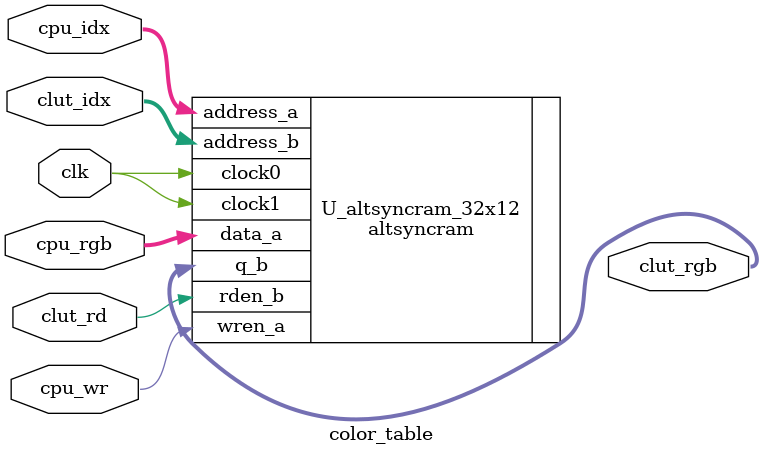
<source format=v>

/*

clk, cck, cdac_r & cdac_f are generated using a PLL :

wire clk;            // 28 MHz master clock
wire w_c7m_rise;     // 7 MHz rising edge

pll_28m pll_inst
(
  .areset(1'b0),
  .inclk0(C7M),
  .c0(clk),
  .c1(),
  .c2(),
  .c3(w_c7m_rise),
  .locked()
);

wire w_cck_rise;     // CCK rising edge
wire w_cdac_rise;    // CDAC_n rising edge
wire w_cdac_fall;    // CDAC_n falling edge

reg       r_cck_gen; // Re-generated CCK
reg [7:0] r_cck_ph;  // CCK clock phases
reg [3:0] r_cdac_ph; // CDAC_n clock phases

always@(posedge clk) begin
  // CCK phases
  if ((w_c7m_rise) && (CCK))
    r_cck_ph <= 8'b00001000;
  else
    r_cck_ph <= { r_cck_ph[6:0], r_cck_ph[7] };
  // Re-generated CCK
  r_cck_gen <= r_cck_ph[0] | r_cck_ph[1] | r_cck_ph[2] | r_cck_ph[7];
  // CDAC phases
  if (w_c7m_rise)
    r_cdac_ph <= 4'b0100;
  else
    r_cdac_ph <= { r_cdac_ph[2:0], r_cdac_ph[3] };
end

assign w_cck_rise  = r_cck_ph[0];
assign w_cdac_rise = r_cdac_ph[0];
assign w_cdac_fall = r_cdac_ph[2];

*/

module Denise
(
  // Main clock
  input             clk,       // Master clock (28/56/85 MHz)
  // Generated clocks
  input             cck,       // CCK clock
  input             cdac_r,    // CDAC_n rising edge
  input             cdac_f,    // CDAC_n falling edge
  // Configuration
  input             cfg_ecs,   // OCS(0) or ECS(1) chipset
  input             cfg_a1k,   // Normal mode(0), A1000 mode(1)
  // Busses
  input       [8:1] rga,       // RGA bus
  input      [15:0] db_in,     // Data bus input
  output reg [15:0] db_out,    // Data bus output
  output reg        db_oen,    // Data bus output enable
  // Video output
  output      [3:0] red,       // Red component output
  output      [3:0] green,     // Green component output
  output      [3:0] blue,      // Blue component output
  output reg        vsync,     // Vertical synchro
  output            blank_n,   // Composite blanking
  output reg        sol,       // Start of line (HPOS = 32)
  output            pal_ntsc   // PAL (1), NSTC (0) flag
);

// Measured values:
// ----------------

// HSSTRT : $01A (PAL), $01A (NTSC)
// HSSTOP : $03B,$029 (PAL), $03B, $02B (NTSC)
// HBSTRT : $00E (PAL), $00D (NTSC)
// HBSTOP : $05C (PAL), $05C (NTSC)

// PAL interlaced:
// ---------------
//   8 x STREQU \
//  18 x STRVBL  | 312 lines
// 286 x STRHOR /
//   9 x STREQU \
//  17 x STRVBL  | 313 lines
// 287 x STRHOR /

// PAL non-interlaced:
// -------------------
//   9 x STREQU \
//  17 x STRVBL  | 313 lines
// 287 x STRHOR /

// NTSC interlaced:
// ----------------
//  10 x STREQU \
//  11 x STRVBL  | 262 lines with 131 x STRLONG
// 241 x STRHOR /
//  10 x STREQU \
//  11 x STRVBL  | 263 lines with 131/132 x STRLONG
// 242 x STRHOR /

// NTSC non-interlaced:
// --------------------
//  10 x STREQU \
//  11 x STRVBL  | 263 lines with with 131/132 x STRLONG
// 242 x STRHOR /

//////////////////////
// DMA slot counter //
//////////////////////

//reg [7:0] r_slot_p1;
//
//always@(posedge clk) begin
//  // Rising edge of CDAC_n with CCK = 1
//  if ((cdac_r) && (cck)) begin
//    if ((r_wregs_str_p1) && (r_rga_p1[2:1] != 2'b11))
//      r_slot_p1 <= 8'd0;
//    else
//      r_slot_p1 <= r_slot_p1 + 8'd1;
//  end
//end

///////////////////////////////
// Register address decoding //
///////////////////////////////

reg  [5:1] r_rga_p1;
reg        r_rregs_clx_p1;
reg        r_wregs_str_p1;
reg        r_rregs_id_p1;
reg        r_wregs_diwb_p1;
reg        r_wregs_diwe_p1;
reg        r_wregs_clx_p1;
reg        r_wregs_ctl_p1;
reg        r_wregs_bpl_p1;
reg        r_wregs_spr_p1;
reg        r_wregs_clut_p1;
reg        r_wregs_diwh_p1;

always@(posedge clk) begin
  // Rising edge of CDAC_n with CCK = 1
  if (cdac_r & cck) begin
    // CLXDAT : $00E
    if (rga[8:1] == 8'b0_0000_111)
      r_rregs_clx_p1 <= 1'b1;
    else
      r_rregs_clx_p1 <= 1'b0;
    // Strobes : $038 - $03E
    if (rga[8:3] == 6'b0_0011_1)
      r_wregs_str_p1  <= 1'b1;
    else
      r_wregs_str_p1  <= 1'b0;
    // DENISEID : $07C
    if (rga[8:1] == 8'b0_0111_110)
      r_rregs_id_p1 <= 1'b1;
    else
      r_rregs_id_p1 <= 1'b0;
    // DIWSTRT : $08E
    if (rga[8:1] == 8'b0_1000_111)
      r_wregs_diwb_p1 <= 1'b1;
    else
      r_wregs_diwb_p1 <= 1'b0;
    // DIWSTOP : $090
    if (rga[8:1] == 8'b0_1001_000)
      r_wregs_diwe_p1 <= 1'b1;
    else
      r_wregs_diwe_p1 <= 1'b0;
    // CLXCON : $098
    if (rga[8:1] == 8'b0_1001_100)
      r_wregs_clx_p1 <= 1'b1;
    else
      r_wregs_clx_p1 <= 1'b0;
    // BPLCONx : $100 - $106
    if (rga[8:3] == 6'b1_0000_0)
      r_wregs_ctl_p1  <= 1'b1;
    else
      r_wregs_ctl_p1  <= 1'b0;
    // BPLxDAT : $110 - $11E
    if (rga[8:4] == 5'b1_0001)
      r_wregs_bpl_p1  <= 1'b1;
    else
      r_wregs_bpl_p1  <= 1'b0;
    // Sprites : $140 - $17E
    if (rga[8:6] == 3'b1_01)
      r_wregs_spr_p1  <= 1'b1;
    else
      r_wregs_spr_p1  <= 1'b0;
    // Color table : $180 - $1BE
    if (rga[8:6] == 3'b1_10)
      r_wregs_clut_p1 <= 1'b1;
    else
      r_wregs_clut_p1 <= 1'b0;
    // DIWHIGH : $1E4
    if (rga[8:1] == 8'b1_1110_010)
      r_wregs_diwh_p1 <= 1'b1;
    else
      r_wregs_diwh_p1 <= 1'b0;
    // Latch RGA bits 5 - 1 for next cycle
    r_rga_p1 <= rga[5:1];
  end
end

///////////////////
// PAL/NTSC flag //
///////////////////

reg [1:0] r_str_ctr;

always@(posedge clk) begin
  // Rising edge of CDAC_n
  if (cdac_r & cck) begin
    if (r_wregs_str_p1) begin
      // STRLONG strobes reset the counter
      if (r_rga_p1[2:1] == 2'b11)
        r_str_ctr <= 2'b00;
      else if (r_str_ctr != 2'b11)
        r_str_ctr <= r_str_ctr + 2'd1;
    end
  end
end

assign pal_ntsc = &r_str_ctr;

//////////////////////
// Vertical synchro //
//////////////////////

reg [3:0] r_equ_ctr;

always@(posedge clk) begin
  // Rising edge of CDAC_n
  if (cdac_r & cck) begin
    if (r_wregs_str_p1) begin
      // Discard STRLONG strobes
      if (r_rga_p1[2:1] != 2'b11) begin
        // STREQU strobes increment counter
        if (r_rga_p1[2:1] == 2'b00)
          r_equ_ctr <= r_equ_ctr + 4'd1;
        // STRVBL and STRHOR strobes clear it
        else
          r_equ_ctr <= 4'd0;
      end
    end
  end
  if (cdac_r) begin
    if (sol) begin
      vsync <= |r_equ_ctr;
    end
  end
end

////////////////////////
// Horizontal counter //
////////////////////////

wire      w_hpos_clr;
wire      w_hpos_dis;
reg [8:0] r_hpos;
reg       r_lol_ena;

// HPOS clear conditions
assign w_hpos_clr = (((r_rga_p1[2:1] == 2'b00) && (cfg_ecs)) || 
                     (r_rga_p1[2:1] == 2'b01) ||
                     (r_rga_p1[2:1] == 2'b10)) ? (r_wregs_str_p1 & cck) : 1'b0;
// HPOS disable conditions
assign w_hpos_dis = (r_rga_p1[2:1] == 2'b11) ? (r_wregs_str_p1 & cck) : 1'b0;

always@(posedge clk) begin
  // Rising edge of CDAC_n
  if (cdac_r) begin
    if (w_hpos_clr) begin
      // STREQU (ECS only), STRVBL or STRHOR : HPOS starts at 2
      r_hpos    <= 9'd2;
      r_lol_ena <= 1'b0;
    end
    else begin
      // STRLONG : long line, disable HPOS counting during 1 clock cycle
      if (w_hpos_dis)
        r_lol_ena <= 1'b1;
      else
        r_hpos    <= r_hpos + 9'd1;
    end
  end
  // Start of line flag for external scandoubler
  if (r_hpos == 9'd32)
    if (cdac_f) sol <= 1'b1;
  else
    if (cdac_r) sol <= 1'b0;
end

///////////////////////////////
// Horizontal display window //
///////////////////////////////

reg [8:0] r_HDIWSTRT;
reg [8:0] r_HDIWSTOP;
reg       r_hwin_ena_p0;
reg       r_hwin_ena_p1;
reg       r_hwin_ena_p2;
reg       r_vwin_ena_p0;

always@(posedge clk) begin
  // Rising edge of CDAC_n with CCK = 1
  if (cdac_r & cck) begin
    // DIWSTRT
    if (r_wregs_diwb_p1)
      r_HDIWSTRT <= { 1'b0, db_in[7:0] };
    // DIWSTOP
    if (r_wregs_diwe_p1)
      r_HDIWSTOP <= { 1'b1, db_in[7:0] };
    // DIWHIGH
    if ((r_wregs_diwh_p1) && (cfg_ecs)) begin
      r_HDIWSTRT[8] <= db_in[5];
      r_HDIWSTOP[8] <= db_in[13];
    end
  end
end

always@(posedge clk) begin
  // Falling edge of CDAC_n
  if (cdac_f) begin
    // Display window horizontal start
    if (r_hpos == r_HDIWSTRT)
      r_hwin_ena_p0 <= 1'b1;
    // Display window horizontal stop
    else if (r_hpos == r_HDIWSTOP)
      r_hwin_ena_p0 <= 1'b0;
    // Vertical window
    if (r_hpos == 9'h013)
      r_vwin_ena_p0 <= 1'b0;
    else if (r_wregs_bpl_p1)
      r_vwin_ena_p0 <= 1'b1;
    // Delayed horizontal + vertical window
    r_hwin_ena_p1 <= r_hwin_ena_p0 & r_vwin_ena_p0;
    r_hwin_ena_p2 <= r_hwin_ena_p1;
  end
end

///////////////////////
// Vertical blanking //
///////////////////////

reg  r_vblank_p2;

always@(posedge clk) begin
  // Rising edge of CDAC_n with CCK = 1
  if (cdac_r & cck) begin
    // Vertical blanking only during STREQU and STRVBL
    if ((r_wregs_str_p1) && (r_rga_p1[2:1] != 2'b11))
      r_vblank_p2 <= ~r_rga_p1[2];
  end
end

/////////////////////////
// Horizontal blanking //
/////////////////////////

reg  r_hblank_p3;

always@(posedge clk) begin
  // Falling edge of CDAC_n
  //if (cdac_f) begin
  //  r_hblank_p3 <= ~r_hwin_ena_p2;
  //end
  // Rising edge of CDAC_n
  if (cdac_r) begin
    if (r_hpos == 9'h013)
      r_hblank_p3 <= 1'b1;
    else if (r_hpos == 9'h061)
      r_hblank_p3 <= 1'b0;
  end
end

////////////////////////
// Composite blanking //
////////////////////////

reg  r_cblank_p4;

// (BUG!! but implemented this way on real HW)
always@(posedge clk) begin
  // Falling edge of CDAC_n
  if (cdac_f) begin
    r_cblank_p4 <= r_hblank_p3 | r_vblank_p2;
  end
end

////////////////////
// Bitplanes data //
////////////////////

reg [15:0] r_BPLxDAT_p2 [0:7];
reg [15:0] r_BPLxDAT_p3 [0:5];
reg        r_bpl_load_p3;
reg  [3:0] r_ddf_dly_p3;

always@(posedge clk) begin
  // Rising edge of CDAC_n
  if (cdac_r) begin
    if ((r_wregs_bpl_p1) && (cck)) begin
      // Load BPLxDAT register (6 & 7 unused)
      r_BPLxDAT_p2[r_rga_p1[3:1]] <= db_in[15:0];
      // BPL1DAT is written : 
      if (r_rga_p1[3:1] == 3'b000) begin
        // Trigger loading of second stage registers
        r_bpl_load_p3 <= 1'b1;
        // Non-aligned DDFSTRT delay
        r_ddf_dly_p3[3] <= r_hpos[3] & ~r_HIRES;
        r_ddf_dly_p3[2] <= r_hpos[2] & ~r_SHRES;
        r_ddf_dly_p3[1] <= r_hpos[1];
        r_ddf_dly_p3[0] <= 1'b0;
      end
    end
    else
      r_bpl_load_p3 <= 1'b0;
  end
end
      
always@(posedge clk) begin
  // Falling edge of CDAC_n
  if (cdac_f) begin
    // Load second stage registers
    if (r_bpl_load_p3) begin
      r_BPLxDAT_p3[0] <= r_BPLxDAT_p2[0] & {16{r_bpl_ena[0]}};
      r_BPLxDAT_p3[1] <= r_BPLxDAT_p2[1] & {16{r_bpl_ena[1]}};
      r_BPLxDAT_p3[2] <= r_BPLxDAT_p2[2] & {16{r_bpl_ena[2]}};
      r_BPLxDAT_p3[3] <= r_BPLxDAT_p2[3] & {16{r_bpl_ena[3]}};
      r_BPLxDAT_p3[4] <= r_BPLxDAT_p2[4] & {16{r_bpl_ena[4]}};
      r_BPLxDAT_p3[5] <= r_BPLxDAT_p2[5] & {16{r_bpl_ena[5]}};
    end
  end
end

////////////////////////////////////
// Playfields scrolling + shifter //
////////////////////////////////////

reg       r_HIRES;
reg       r_SHRES;
reg [3:0] r_BPU;
reg       r_HOMOD;
reg       r_DBLPF;

// BPLCON0 register
always@(posedge clk) begin
  // Rising edge of CDAC_n with CCK = 1
  if (cdac_r & cck) begin
    if ((r_wregs_ctl_p1) && (r_rga_p1[2:1] == 2'b00)) begin
      r_HIRES <= db_in[15];
      //r_BPU   <= { db_in[4], db_in[14:12] };
      r_BPU   <= { 1'b0, db_in[14:12] };
      r_HOMOD <= db_in[11];
      r_DBLPF <= db_in[10];
      r_SHRES <= db_in[6];
    end
  end
end

reg [3:0] r_PF1H;
reg [3:0] r_PF2H;

// BPLCON1 register
always@(posedge clk) begin
  // Rising edge of CDAC_n with CCK = 1
  if (cdac_r & cck) begin
    if ((r_wregs_ctl_p1) && (r_rga_p1[2:1] == 2'b01)) begin
      r_PF1H <= db_in[3:0];
      r_PF2H <= db_in[7:4];
    end
  end
end

reg [4:0]  r_pf_dly_p3;

// Counter that keeps track of playfield delay
always@(posedge clk) begin
  // Falling edge of CDAC_n
  if (cdac_f) begin
    if (r_bpl_load_p3)
      // Cleared when BPL1DAT is written
      r_pf_dly_p3 <= 5'b10000;
    else if (r_pf_dly_p3[4])
      // Incremented otherwise
      r_pf_dly_p3 <= r_pf_dly_p3 + 5'd1;
  end
end

reg [15:0] r_pf1dat_p4 [0:2];
reg [15:0] r_pf2dat_p4 [0:2];

// Playfields delays and shifters
always@(posedge clk) begin
  // Rising/falling edge of CDAC_n
  if ((cdac_f) || (cdac_r & r_HIRES)) begin
    if (((r_pf_dly_p3[3:0] ^ r_ddf_dly_p3) == r_PF1H) && (cdac_f) && (r_pf_dly_p3[4])) begin
      // Playfield #1 delay
      r_pf1dat_p4[0] <= r_BPLxDAT_p3[0];
      r_pf1dat_p4[1] <= r_BPLxDAT_p3[2];
      r_pf1dat_p4[2] <= r_BPLxDAT_p3[4];
    end
    else begin
      // Playfield #1 shifter
      r_pf1dat_p4[0] <= { r_pf1dat_p4[0][14:0], 1'b0 };
      r_pf1dat_p4[1] <= { r_pf1dat_p4[1][14:0], 1'b0 };
      r_pf1dat_p4[2] <= { r_pf1dat_p4[2][14:0], 1'b0 };
    end
    if (((r_pf_dly_p3[3:0] ^ r_ddf_dly_p3) == r_PF2H) && (cdac_f) && (r_pf_dly_p3[4])) begin
      // Playfield #2 delay
      r_pf2dat_p4[0] <= r_BPLxDAT_p3[1];
      r_pf2dat_p4[1] <= r_BPLxDAT_p3[3];
      r_pf2dat_p4[2] <= r_BPLxDAT_p3[5];
    end
    else begin
      // Playfield #2 shifter
      r_pf2dat_p4[0] <= { r_pf2dat_p4[0][14:0], 1'b0 };
      r_pf2dat_p4[1] <= { r_pf2dat_p4[1][14:0], 1'b0 };
      r_pf2dat_p4[2] <= { r_pf2dat_p4[2][14:0], 1'b0 };
    end
  end
end

//////////////////////////////////////
// 140 ns delay for NTSC long lines //
//////////////////////////////////////

wire [5:0] w_pf_data_p4;
reg  [5:0] r_pf_lol0_p4;
reg  [5:0] r_pf_lol1_p4;
wire [5:0] w_pf_lol_p4;

assign w_pf_data_p4[0] = r_pf1dat_p4[0][15];
assign w_pf_data_p4[1] = r_pf2dat_p4[0][15];
assign w_pf_data_p4[2] = r_pf1dat_p4[1][15];
assign w_pf_data_p4[3] = r_pf2dat_p4[1][15];
assign w_pf_data_p4[4] = r_pf1dat_p4[2][15];
assign w_pf_data_p4[5] = r_pf2dat_p4[2][15];

always@(posedge clk) begin
  // Rising/falling edge of CDAC_n
  if (cdac_r | cdac_f) begin
    r_pf_lol0_p4 <= w_pf_data_p4;
    r_pf_lol1_p4 <= r_pf_lol0_p4;
  end
end

assign w_pf_lol_p4 = (r_lol_ena) ? r_pf_lol1_p4 : w_pf_data_p4;

///////////////////////////////
// Playfields priority logic //
///////////////////////////////

reg       r_PF2PRI;
reg [2:0] r_PF2P;
reg [2:0] r_PF1P;

// BPLCON2 register
always@(posedge clk) begin
  // Rising edge of CDAC_n with CCK = 1
  if (cdac_r & cck) begin
    if ((r_wregs_ctl_p1) && (r_rga_p1[2:1] == 2'b10)) begin
      r_PF2PRI <= db_in[6];
      r_PF2P   <= db_in[5:3];
      r_PF1P   <= db_in[2:0];
    end
  end
end

reg [7:0] r_bpl_ena;

// Bitplanes enable
always@(posedge clk) begin
  // Rising edge of CDAC_n with CCK = 1
  if (cdac_r & cck) begin
    // Bitplane enable flags updated during BPL1DAT write
    if ((r_wregs_bpl_p1) && (r_rga_p1[3:1] == 3'b000)) begin
      case (r_BPU)
        4'd0    : r_bpl_ena <= 8'b00000000;
        4'd1    : r_bpl_ena <= 8'b00000001;
        4'd2    : r_bpl_ena <= 8'b00000011;
        4'd3    : r_bpl_ena <= 8'b00000111;
        4'd4    : r_bpl_ena <= 8'b00001111;
        4'd5    : r_bpl_ena <= 8'b00011111;
        4'd6    : r_bpl_ena <= 8'b00111111;
        4'd7    : r_bpl_ena <= 8'b01111111;
        default : r_bpl_ena <= 8'b11111111;
      endcase
    end
  end
end

reg [5:0] r_pf_data_p4;
reg [1:0] r_pf_vld_p5;
reg [5:0] r_bpl_clx_p5;
reg [5:0] r_bpl_clut_p5;

always@(posedge clk) begin
  // Rising/falling edge of CDAC_n
  if (cdac_r | cdac_f) begin
    // Masked playfields data
    r_pf_data_p4[0] = w_pf_lol_p4[0] & r_bpl_ena[0] & r_hwin_ena_p2;
    r_pf_data_p4[1] = w_pf_lol_p4[1] & r_bpl_ena[1] & r_hwin_ena_p2;
    r_pf_data_p4[2] = w_pf_lol_p4[2] & r_bpl_ena[2] & r_hwin_ena_p2;
    r_pf_data_p4[3] = w_pf_lol_p4[3] & r_bpl_ena[3] & r_hwin_ena_p2;
    r_pf_data_p4[4] = w_pf_lol_p4[4] & r_bpl_ena[4] & r_hwin_ena_p2;
    r_pf_data_p4[5] = w_pf_lol_p4[5] & r_bpl_ena[5] & r_hwin_ena_p2;
    
    // Playfields valid signal
    if (r_DBLPF) begin
      // Dual playfield mode
      r_pf_vld_p5[0] = r_pf_data_p4[0] | r_pf_data_p4[2] | r_pf_data_p4[4];
      r_pf_vld_p5[1] = r_pf_data_p4[1] | r_pf_data_p4[3] | r_pf_data_p4[5];
    end
    else begin
      // Single playfield mode
      r_pf_vld_p5[0] = 1'b0;
      r_pf_vld_p5[1] = |r_pf_data_p4;
    end
 
    // Playfields 1 & 2 priority logic
    if (r_DBLPF) begin
      // Dual playfield mode
      if (r_PF2PRI) begin
        // PF2 has priority
        case (r_pf_vld_p5)
          2'b00   : r_bpl_clut_p5 <= 6'b000000;
          2'b01   : r_bpl_clut_p5 <= { 3'b000, r_pf_data_p4[4], r_pf_data_p4[2], r_pf_data_p4[0] };
          default : r_bpl_clut_p5 <= { 3'b001, r_pf_data_p4[5], r_pf_data_p4[3], r_pf_data_p4[1] };
        endcase
      end
      else begin
        // PF1 has priority
        case (r_pf_vld_p5)
          2'b00   : r_bpl_clut_p5 <= 6'b000000;
          2'b10   : r_bpl_clut_p5 <= { 3'b001, r_pf_data_p4[5], r_pf_data_p4[3], r_pf_data_p4[1] };
          default : r_bpl_clut_p5 <= { 3'b000, r_pf_data_p4[4], r_pf_data_p4[2], r_pf_data_p4[0] };
        endcase
      end
    end
    else begin
      // Single playfield mode
      if ((r_PF2P[2:1] == 2'b11) && (r_pf_data_p4[4]))
        // OCS/ECS undocumented behaviour
        r_bpl_clut_p5 <= 6'b010000;
      else
        // Normal behaviour
        r_bpl_clut_p5 <= r_pf_data_p4;
    end

    // Bitplanes collisions data
    r_bpl_clx_p5 <= (r_pf_data_p4 ^ ~r_MVBP) | (~r_ENBP);
  end
end

////////////////////////////////
// Sprites data and positions //
////////////////////////////////

integer i;

reg        r_armed   [0:7];
reg        r_SPRATT  [0:7];
reg [8:0]  r_SPRHPOS [0:7];
reg [15:0] r_SPRDATA [0:7];
reg [15:0] r_SPRDATB [0:7];

// SPRxPOS,  SPRxCTL, SPRxDATA and SPRxDATB registers
always@(posedge clk) begin
  // Rising edge of CDAC_n
  if (cdac_r) begin
    if ((r_wregs_spr_p1) && (cck)) begin
      case (r_rga_p1[2:1])
        2'b00 : // SPRxPOS register
        begin
          r_SPRHPOS[r_rga_p1[5:3]][8:1] <= db_in[7:0];
        end
        2'b01 : // SPRxCTL register
        begin
          r_SPRATT[r_rga_p1[5:3]]       <= db_in[7];
          r_SPRHPOS[r_rga_p1[5:3]][0]   <= db_in[0];
          r_armed[r_rga_p1[5:3]]        <= 1'b0; // Sprite disabled
        end
        2'b10 : // SPRxDATA register
        begin
          r_SPRDATA[r_rga_p1[5:3]]      <= db_in[15:0];
          r_armed[r_rga_p1[5:3]]        <= 1'b1; // Sprite enabled
        end
        2'b11 : // SPRxDATB register
        begin
          r_SPRDATB[r_rga_p1[5:3]]      <= db_in[15:0];
        end
      endcase
    end
    // Sprites shift registers
    for (i = 0; i < 8; i = i + 1) begin
      if (r_spr_act_p0[i]) begin
        r_SPRDATA[i] <= { r_SPRDATA[i][14:0], r_SPRDATA[i][15] };
        r_SPRDATB[i] <= { r_SPRDATB[i][14:0], r_SPRDATB[i][15] };
      end
    end
  end
end

reg [4:0] r_match_ctr  [0:7];
reg       r_spr_act_p0 [0:7];

// Horizontal match
always@(posedge clk) begin
  // Falling edge of CDAC_n
  if (cdac_f) begin
    for (i = 0; i < 8; i = i + 1) begin
      r_spr_act_p0[i] <= r_match_ctr[i][4];
      if (r_hpos == r_SPRHPOS[i])
        r_match_ctr[i] <= { r_armed[i], 4'b0000 };
      else if (r_match_ctr[i][4])
        r_match_ctr[i] <= r_match_ctr[i] + 5'd1;
    end
  end
end

////////////////////////
// Sprites priorities //
////////////////////////

reg [1:0] r_spr_pix_p1 [0:7];
reg [3:0] r_spr_grp_p0;
reg [2:0] r_spr_vis_p1;

// Sprites pixels and groups
always@(posedge clk) begin
  // Rising edge of CDAC_n
  if (cdac_r) begin
    // Sprites pixels values (shift registers outputs)
    for (i = 0; i < 8; i = i + 1) begin
      r_spr_pix_p1[i][0] <= r_SPRDATA[i][15] & r_spr_act_p0[i];
      r_spr_pix_p1[i][1] <= r_SPRDATB[i][15] & r_spr_act_p0[i];
    end
    // Sprites #0 and #1 => group #0
    r_spr_grp_p0[0] = ((r_SPRDATA[0][15] | r_SPRDATB[0][15]) & r_spr_act_p0[0])
                    | ((r_SPRDATA[1][15] | r_SPRDATB[1][15]) & r_spr_act_p0[1]);
    // Sprites #2 and #3 => group #1
    r_spr_grp_p0[1] = ((r_SPRDATA[2][15] | r_SPRDATB[2][15]) & r_spr_act_p0[2])
                    | ((r_SPRDATA[3][15] | r_SPRDATB[3][15]) & r_spr_act_p0[3]);
    // Sprites #4 and #5 => group #2
    r_spr_grp_p0[2] = ((r_SPRDATA[4][15] | r_SPRDATB[4][15]) & r_spr_act_p0[4])
                    | ((r_SPRDATA[5][15] | r_SPRDATB[5][15]) & r_spr_act_p0[5]);
    // Sprites #6 and #7 => group #3
    r_spr_grp_p0[3] = ((r_SPRDATA[6][15] | r_SPRDATB[6][15]) & r_spr_act_p0[6])
                    | ((r_SPRDATA[7][15] | r_SPRDATB[7][15]) & r_spr_act_p0[7]);
    // Visible group number
    case (r_spr_grp_p0)
      4'b0000 : r_spr_vis_p1 <= 3'd7; // No sprite visible
      4'b0001 : r_spr_vis_p1 <= 3'd0; // Sprite #0 or #1 visible
      4'b0010 : r_spr_vis_p1 <= 3'd1; // Sprite #2 or #3 visible
      4'b0011 : r_spr_vis_p1 <= 3'd0; // Sprite #0 or #1 visible
      4'b0100 : r_spr_vis_p1 <= 3'd2; // Sprite #4 or #5 visible
      4'b0101 : r_spr_vis_p1 <= 3'd0; // Sprite #0 or #1 visible
      4'b0110 : r_spr_vis_p1 <= 3'd1; // Sprite #2 or #3 visible
      4'b0111 : r_spr_vis_p1 <= 3'd0; // Sprite #0 or #1 visible
      4'b1000 : r_spr_vis_p1 <= 3'd3; // Sprite #6 or #7 visible
      4'b1001 : r_spr_vis_p1 <= 3'd0; // Sprite #0 or #1 visible
      4'b1010 : r_spr_vis_p1 <= 3'd1; // Sprite #2 or #3 visible
      4'b1011 : r_spr_vis_p1 <= 3'd0; // Sprite #0 or #1 visible
      4'b1100 : r_spr_vis_p1 <= 3'd2; // Sprite #4 or #5 visible
      4'b1101 : r_spr_vis_p1 <= 3'd0; // Sprite #0 or #1 visible
      4'b1110 : r_spr_vis_p1 <= 3'd1; // Sprite #2 or #3 visible
      4'b1111 : r_spr_vis_p1 <= 3'd0; // Sprite #0 or #1 visible
      default : ;
    endcase
  end
end

reg [2:0] v_idx_e_p1;
reg [2:0] v_idx_o_p1;
reg       r_spr_att_p3;
reg [1:0] r_spr_odd_p3;
reg [1:0] r_spr_even_p3;
reg [2:0] r_spr_vis_p3;
reg [3:0] r_spr_clut_p5;
reg [2:0] r_spr_vis_p5;

// Sprites-sprites priority logic
always@(posedge clk) begin
  // Rising edge of CDAC_n
  if (cdac_r) begin
    // Sprites indexes
    v_idx_e_p1    = { r_spr_vis_p1[1:0], 1'b0 }; // Even (0, 2, 4 ,6)
    v_idx_o_p1    = { r_spr_vis_p1[1:0], 1'b1 }; // Odd (1, 3, 5, 7)
    // Sprite attached flag
    r_spr_att_p3  <= r_SPRATT[v_idx_o_p1] | (r_SPRATT[v_idx_e_p1] & cfg_ecs);
    // Odd and even sprites
    r_spr_odd_p3  <= r_spr_pix_p1[v_idx_o_p1];
    r_spr_even_p3 <= r_spr_pix_p1[v_idx_e_p1];
    // Visible sprite index (masked by the horizontal window)
    r_spr_vis_p3  <= r_spr_vis_p1 | {3{~r_hwin_ena_p1}};
    
    if (r_spr_att_p3)
      // Attached mode : 15-color sprite
      r_spr_clut_p5 <= { r_spr_odd_p3, r_spr_even_p3 };
    else begin
      // Normal mode : choose between odd and even sprite
      if (r_spr_even_p3 != 2'b00) begin
        // Show even sprite with 3 colors
        r_spr_clut_p5 <= { r_spr_vis_p3[1:0], r_spr_even_p3 };
      end
      else begin
        // Show odd sprite with 3 colors
        r_spr_clut_p5 <= { r_spr_vis_p3[1:0], r_spr_odd_p3 };
      end
    end
    // Sprite visible flags
    // [0] : PF1 is in front of sprites
    // [1] : PF2 is in front of sprites
    // [2] : No sprite visible
    if (r_spr_vis_p3 >= r_PF1P)
      r_spr_vis_p5[0] <= 1'b1;
    else
      r_spr_vis_p5[0] <= 1'b0;
    if (r_spr_vis_p3 >= r_PF2P)
      r_spr_vis_p5[1] <= 1'b1;
    else
      r_spr_vis_p5[1] <= 1'b0;
    r_spr_vis_p5[2] <= r_spr_vis_p3[2];
  end
end

reg [3:0] r_ham_clut_p5;
reg [5:0] r_bpl_clut_p6;
reg [5:0] r_clut_idx_p6;
reg       r_spr_sel_p6;

// Sprites-playfields priority logic
always@(posedge clk) begin
  // Rising/falling edge of CDAC_n
  if (cdac_r | cdac_f) begin
    // Memorize the last HAM CLUT access
    if (r_bpl_clut_p5[5:4] == 2'b00)
      r_ham_clut_p5 <= r_bpl_clut_p5[3:0];
    
    // Bitplane CLUT index for HAM mode decoder
    r_bpl_clut_p6 <= r_bpl_clut_p5;
    
    // Sprites/playfields test
    if (((r_spr_vis_p5[0]) && (r_pf_vld_p5[0])) || // Playfield #1 test
        ((r_spr_vis_p5[1]) && (r_pf_vld_p5[1])))   // Playfield #2 test
    begin
      // Playfields in front of sprites
      if ((r_HOMOD) && (r_bpl_clut_p5[5:4] != 2'b00))
        // HAM mode
        r_clut_idx_p6 <= { 2'b00, r_ham_clut_p5 };
      else
        // Normal mode
        r_clut_idx_p6 <= r_bpl_clut_p5;
      // Select playfields
      r_spr_sel_p6 <= 1'b0;
    end
    else begin
      // Sprites in front of playfields
      if (r_spr_vis_p5[2]) begin
        // No sprite visible : show playfields
        if ((r_HOMOD) && (r_bpl_clut_p5[5:4] != 2'b00))
          // HAM mode
          r_clut_idx_p6 <= { 2'b00, r_ham_clut_p5 };
        else
          // Normal mode
          r_clut_idx_p6 <= r_bpl_clut_p5;
        // Select playfields
        r_spr_sel_p6 <= 1'b0;
      end
      else begin
        // Sprites visible
        r_clut_idx_p6 <= { 2'b01, r_spr_clut_p5 };
        // Select sprites
        r_spr_sel_p6 <= 1'b1;
      end
    end
  end
end

//////////////////////////////////
// Sprites/bitplanes collisions //
//////////////////////////////////

reg   [3:0] r_ENSP;
reg   [5:0] r_ENBP;
reg   [5:0] r_MVBP;

// CLXCON register
always@(posedge clk) begin
  // Rising edge of CDAC_n with CCK = 1
  if ((cdac_r) && (cck)) begin
    if (r_wregs_clx_p1) begin
      r_ENSP <= db_in[15:12];
      r_ENBP <= db_in[11:6];
      r_MVBP <= db_in[5:0];
    end
  end
end

reg [3:0] r_spr_clx_p1;
reg [3:0] r_spr_clx_p3;
reg [3:0] r_spr_clx_p5;

// Sprites collisions groups
always@(posedge clk) begin
  // Rising edge of CDAC_n
  if (cdac_r) begin
    // Sprites #0 and #1 => collision group #0
    r_spr_clx_p1[0] <= ((r_SPRDATA[0][15] | r_SPRDATB[0][15]) & r_spr_act_p0[0])
                     | ((r_SPRDATA[1][15] | r_SPRDATB[1][15]) & r_spr_act_p0[1] & r_ENSP[0]);
    // Sprites #2 and #3 => collision group #1
    r_spr_clx_p1[1] <= ((r_SPRDATA[2][15] | r_SPRDATB[2][15]) & r_spr_act_p0[2])
                     | ((r_SPRDATA[3][15] | r_SPRDATB[3][15]) & r_spr_act_p0[3] & r_ENSP[1]);
    // Sprites #4 and #5 => collision group #2
    r_spr_clx_p1[2] <= ((r_SPRDATA[4][15] | r_SPRDATB[4][15]) & r_spr_act_p0[4])
                     | ((r_SPRDATA[5][15] | r_SPRDATB[5][15]) & r_spr_act_p0[5] & r_ENSP[2]);
    // Sprites #6 and #7 => collision group #3
    r_spr_clx_p1[3] <= ((r_SPRDATA[6][15] | r_SPRDATB[6][15]) & r_spr_act_p0[6])
                     | ((r_SPRDATA[7][15] | r_SPRDATB[7][15]) & r_spr_act_p0[7] & r_ENSP[3]);
    // Delay collision group by 2 CDAC_n clock cycles
    r_spr_clx_p3 <= r_spr_clx_p1 & {4{r_hwin_ena_p1}}; // No collision "behind" the border
    r_spr_clx_p5 <= r_spr_clx_p3;
  end
end

wire        w_odd_clx_p5;
wire        w_even_clx_p5;
wire [14:0] w_CLXDAT;

// Odd and even bitplanes match
assign w_odd_clx_p5  = r_bpl_clx_p5[0] | r_bpl_clx_p5[2] | r_bpl_clx_p5[4];
assign w_even_clx_p5 = r_bpl_clx_p5[1] | r_bpl_clx_p5[3] | r_bpl_clx_p5[5];

// Sprites-sprites collisions
assign w_CLXDAT[14] = r_spr_clx_p5[2] & r_spr_clx_p5[3]; // Sprites #4 and #6
assign w_CLXDAT[13] = r_spr_clx_p5[1] & r_spr_clx_p5[3]; // Sprites #2 and #6
assign w_CLXDAT[12] = r_spr_clx_p5[1] & r_spr_clx_p5[2]; // Sprites #2 and #4
assign w_CLXDAT[11] = r_spr_clx_p5[0] & r_spr_clx_p5[3]; // Sprites #0 and #6
assign w_CLXDAT[10] = r_spr_clx_p5[0] & r_spr_clx_p5[2]; // Sprites #0 and #4
assign w_CLXDAT[9]  = r_spr_clx_p5[0] & r_spr_clx_p5[1]; // Sprites #0 and #2
// Sprites-bitplanes collisions
assign w_CLXDAT[8]  = w_even_clx_p5   & r_spr_clx_p5[3]; // Even and Sprite #6
assign w_CLXDAT[7]  = w_even_clx_p5   & r_spr_clx_p5[2]; // Even and Sprite #4
assign w_CLXDAT[6]  = w_even_clx_p5   & r_spr_clx_p5[1]; // Even and Sprite #2
assign w_CLXDAT[5]  = w_even_clx_p5   & r_spr_clx_p5[0]; // Even and Sprite #0
assign w_CLXDAT[4]  = w_odd_clx_p5    & r_spr_clx_p5[3]; // Odd and Sprite #6
assign w_CLXDAT[3]  = w_odd_clx_p5    & r_spr_clx_p5[2]; // Odd and Sprite #4
assign w_CLXDAT[2]  = w_odd_clx_p5    & r_spr_clx_p5[1]; // Odd and Sprite #2
assign w_CLXDAT[1]  = w_odd_clx_p5    & r_spr_clx_p5[0]; // Odd and Sprite #0
// Bitplanes-bitplanes collisions
assign w_CLXDAT[0]  = w_odd_clx_p5    & w_even_clx_p5;

////////////////////
// Registers read //
////////////////////

reg [14:0] r_CLXDAT;

always@(posedge clk) begin
  // Rising edge of CDAC_n with CCK = 0
  if (cdac_r & ~cck) begin
    db_out <= ({ 1'b0, r_CLXDAT } & {16{r_rregs_clx_p1}})  // CLXDAT register
            | (16'hFFFC & {16{cfg_ecs & r_rregs_id_p1}}); // DENISEID register
    db_oen <= r_rregs_clx_p1 | (cfg_ecs & r_rregs_id_p1);
  end
  if (cdac_r | cdac_f) begin
    if (cdac_r & ~cck & r_rregs_clx_p1)
    // CLXDAT read : clear the register
    r_CLXDAT <= 15'b0000000_00000000;
  else
    // Otherwise, track collisions
    r_CLXDAT <= r_CLXDAT | w_CLXDAT;
end
end

///////////////////////////////////////
// Color look-up table instantiation //
///////////////////////////////////////

wire        w_cpu_wr;
wire        w_clut_rd;
wire [11:0] w_clut_rgb_p7;

// Color look-up table write strobe
//assign w_cpu_wr = r_wregs_clut_p1 & cdac_r & cck;
// Half a CDAC_n cycle earlier for the Copper to be in sync.
assign w_cpu_wr = r_wregs_clut_p1 & cdac_f & ~cck;

// Color look-up table read strobe
assign w_clut_rd = cdac_r | cdac_f;

color_table U_color_table
(
  .clk(clk),
  .cpu_wr(w_cpu_wr),
  .cpu_idx(r_rga_p1[5:1]),
  .cpu_rgb(db_in[11:0]),
  .clut_rd(w_clut_rd),
  .clut_idx(r_clut_idx_p6[4:0]),
  .clut_rgb(w_clut_rgb_p7)
);

//////////////////////////////////
// HAM and EHB modes management //
//////////////////////////////////

reg        r_spr_sel_p7;
reg        r_ehb_sel_p7;
reg  [2:0] r_ham_sel_p7;
reg [11:0] r_ham_rgb_p7;
reg [11:0] r_rgb_p8;

// HAM decoder
always@(posedge clk) begin
  if (cdac_r | cdac_f) begin
    if (r_HOMOD) begin
      // Hold and modify mode
      case (r_bpl_clut_p6[5:4])
        2'b00 : // Select color
          r_ham_sel_p7[2:0]  <= 3'b000;
        2'b01 : // Modify blue
        begin
          r_ham_rgb_p7[3:0]  <= r_bpl_clut_p6[3:0];
          r_ham_sel_p7[0]    <= 1'b1;
        end
        2'b10 : // Modify red
        begin
          r_ham_rgb_p7[11:8] <= r_bpl_clut_p6[3:0];
          r_ham_sel_p7[2]    <= 1'b1;
        end
        2'b11 : // Modify green
        begin
          r_ham_rgb_p7[7:4]  <= r_bpl_clut_p6[3:0];
          r_ham_sel_p7[1]    <= 1'b1;
        end
      endcase
    end
    else begin
      // Normal mode
      r_ham_sel_p7[2:0]  <= 3'b000;
    end
    // Extra-half-brite
    r_ehb_sel_p7 <= r_clut_idx_p6[5] & ~r_spr_sel_p6 & ~cfg_a1k;
    // Playfields/sprites select
    r_spr_sel_p7 <= r_spr_sel_p6;
  end
end

// Final RGB color mixing
always@(posedge clk) begin
  if (cdac_r | cdac_f) begin
    if (r_spr_sel_p7)
      // RGB color from sprites
      r_rgb_p8 <= w_clut_rgb_p7;
    else begin
      // RGB color from playfields

      // Blue component
      if (r_ham_sel_p7[0])
        r_rgb_p8[3:0] <= r_ham_rgb_p7[3:0]; // HAM
      else if (r_ehb_sel_p7)
        r_rgb_p8[3:0] <= { 1'b0, w_clut_rgb_p7[3:1] }; // EHB
      else
        r_rgb_p8[3:0] <= w_clut_rgb_p7[3:0]; // CLUT
      // Green component
      if (r_ham_sel_p7[1])
        r_rgb_p8[7:4] <= r_ham_rgb_p7[7:4]; // HAM
      else if (r_ehb_sel_p7)
        r_rgb_p8[7:4] <= { 1'b0, w_clut_rgb_p7[7:5] }; // EHB
      else
        r_rgb_p8[7:4] <= w_clut_rgb_p7[7:4]; // CLUT
      // Red component
      if (r_ham_sel_p7[2])
        r_rgb_p8[11:8] <= r_ham_rgb_p7[11:8]; // HAM
      else if (r_ehb_sel_p7)
        r_rgb_p8[11:8] <= { 1'b0, w_clut_rgb_p7[11:9] }; // EHB
      else
        r_rgb_p8[11:8] <= w_clut_rgb_p7[11:8]; // CLUT
    end
  end
end

////////////////////////////
// Mask RGB with blanking //
////////////////////////////

reg [11:0] r_rgb_p9;
reg [11:0] r_rgb_p10;
reg        r_blank_n_p9;
reg        r_blank_n_p10;

always@(posedge clk) begin
  // Rising/falling edge of CDAC_n
  if (cdac_r | cdac_f) begin
    if (r_cblank_p4)
      r_rgb_p9    <= 12'h000;
    else
      r_rgb_p9    <= r_rgb_p8;
    r_blank_n_p9  <= ~r_cblank_p4;
    // Final output register
    r_rgb_p10     <= r_rgb_p9;
    r_blank_n_p10 <= r_blank_n_p9;
  end
end

// RGB output
assign red     = r_rgb_p10[11:8];
assign green   = r_rgb_p10[7:4];
assign blue    = r_rgb_p10[3:0];
assign blank_n = r_blank_n_p10;

endmodule

////////////////////////
// Color lookup table //
////////////////////////

// CLUT Latency is :
// -----------------
// 28 MHz : 1 cycle
// CDAC_n : 0.5 cycles

module color_table
(
  input         clk,
  input         cpu_wr,
  input   [4:0] cpu_idx,
  input  [11:0] cpu_rgb,
  input         clut_rd,
  input   [4:0] clut_idx,
  output [11:0] clut_rgb
);

`ifdef SIMULATION

// Infered block RAM
reg  [11:0] r_mem_clut [0:31];

// Write port
always@(posedge clk) begin
  if (cpu_wr) begin
    r_mem_clut[cpu_idx] <= cpu_rgb;
  end
end

reg  [11:0] r_q_p0;
reg  [11:0] r_q_p1;

// Read port
always@(posedge clk) begin
  if (clut_rd)
    r_q_p0 <= r_mem_clut[clut_idx];
  r_q_p1 <= r_q_p0;
end

assign clut_rgb = r_q_p1;

`else

// Declared Altera block RAM
altsyncram U_altsyncram_32x12
(
  // Port A : write side (Copper or CPU)
  .clock0    (clk),
  .wren_a    (cpu_wr),
  .address_a (cpu_idx),
  .data_a    (cpu_rgb),
  // Port B : read side (Bitplanes or Sprites)
  .clock1    (clk),
  .rden_b    (clut_rd),
  .address_b (clut_idx),
  .q_b       (clut_rgb)
);
defparam 
  U_altsyncram_32x12.operation_mode = "DUAL_PORT",
  U_altsyncram_32x12.width_a        = 12,
  U_altsyncram_32x12.widthad_a      = 5,
  U_altsyncram_32x12.width_b        = 12,
  U_altsyncram_32x12.widthad_b      = 5,
  U_altsyncram_32x12.outdata_reg_b  = "CLOCK1";

`endif

endmodule

</source>
